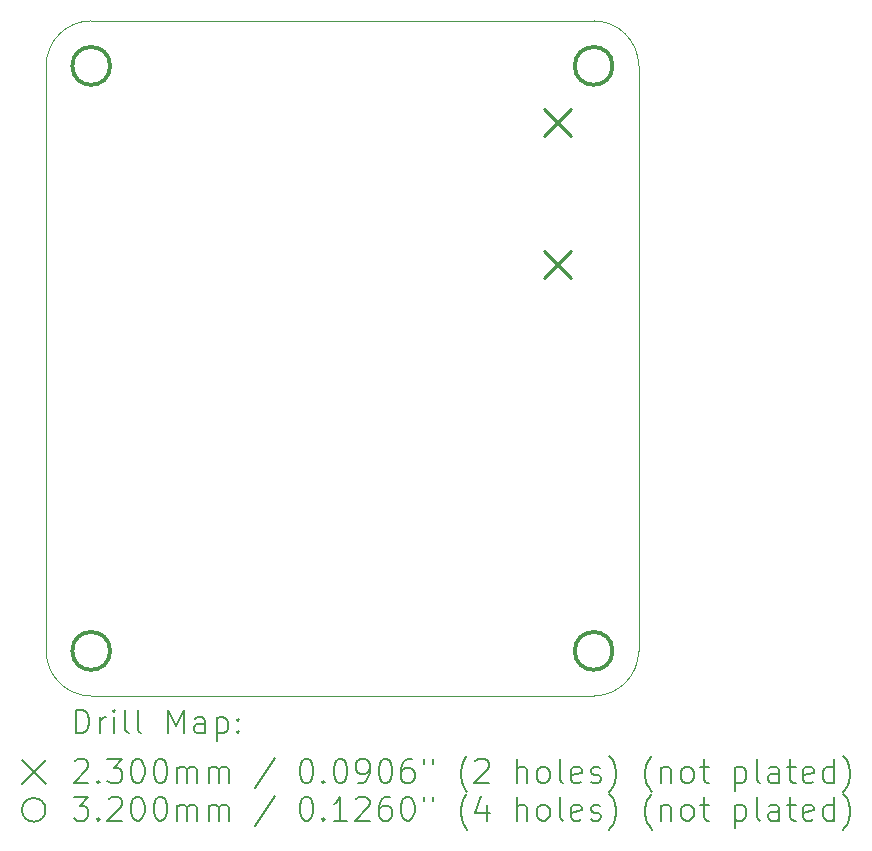
<source format=gbr>
%FSLAX45Y45*%
G04 Gerber Fmt 4.5, Leading zero omitted, Abs format (unit mm)*
G04 Created by KiCad (PCBNEW (6.0.0)) date 2022-03-13 18:40:30*
%MOMM*%
%LPD*%
G01*
G04 APERTURE LIST*
%TA.AperFunction,Profile*%
%ADD10C,0.100000*%
%TD*%
%ADD11C,0.200000*%
%ADD12C,0.230000*%
%ADD13C,0.320000*%
G04 APERTURE END LIST*
D10*
X8509000Y-3238500D02*
X12763500Y-3238500D01*
X12763500Y-8953500D02*
X8509000Y-8953500D01*
X13144500Y-3619500D02*
G75*
G03*
X12763500Y-3238500I-381000J0D01*
G01*
X8509000Y-3238500D02*
G75*
G03*
X8128000Y-3619500I0J-381000D01*
G01*
X12763500Y-8953500D02*
G75*
G03*
X13144500Y-8572500I0J381000D01*
G01*
X13144500Y-8572500D02*
X13144500Y-3619500D01*
X8128000Y-8572500D02*
X8128000Y-3619500D01*
X8128000Y-8572500D02*
G75*
G03*
X8509000Y-8953500I381000J0D01*
G01*
D11*
D12*
X12340000Y-3984000D02*
X12570000Y-4214000D01*
X12570000Y-3984000D02*
X12340000Y-4214000D01*
X12340000Y-5184000D02*
X12570000Y-5414000D01*
X12570000Y-5184000D02*
X12340000Y-5414000D01*
D13*
X8669000Y-3619500D02*
G75*
G03*
X8669000Y-3619500I-160000J0D01*
G01*
X8669000Y-8572500D02*
G75*
G03*
X8669000Y-8572500I-160000J0D01*
G01*
X12923500Y-3619500D02*
G75*
G03*
X12923500Y-3619500I-160000J0D01*
G01*
X12923500Y-8572500D02*
G75*
G03*
X12923500Y-8572500I-160000J0D01*
G01*
D11*
X8380619Y-9268976D02*
X8380619Y-9068976D01*
X8428238Y-9068976D01*
X8456810Y-9078500D01*
X8475857Y-9097548D01*
X8485381Y-9116595D01*
X8494905Y-9154690D01*
X8494905Y-9183262D01*
X8485381Y-9221357D01*
X8475857Y-9240405D01*
X8456810Y-9259452D01*
X8428238Y-9268976D01*
X8380619Y-9268976D01*
X8580619Y-9268976D02*
X8580619Y-9135643D01*
X8580619Y-9173738D02*
X8590143Y-9154690D01*
X8599667Y-9145167D01*
X8618714Y-9135643D01*
X8637762Y-9135643D01*
X8704429Y-9268976D02*
X8704429Y-9135643D01*
X8704429Y-9068976D02*
X8694905Y-9078500D01*
X8704429Y-9088024D01*
X8713952Y-9078500D01*
X8704429Y-9068976D01*
X8704429Y-9088024D01*
X8828238Y-9268976D02*
X8809190Y-9259452D01*
X8799667Y-9240405D01*
X8799667Y-9068976D01*
X8933000Y-9268976D02*
X8913952Y-9259452D01*
X8904429Y-9240405D01*
X8904429Y-9068976D01*
X9161571Y-9268976D02*
X9161571Y-9068976D01*
X9228238Y-9211833D01*
X9294905Y-9068976D01*
X9294905Y-9268976D01*
X9475857Y-9268976D02*
X9475857Y-9164214D01*
X9466333Y-9145167D01*
X9447286Y-9135643D01*
X9409190Y-9135643D01*
X9390143Y-9145167D01*
X9475857Y-9259452D02*
X9456810Y-9268976D01*
X9409190Y-9268976D01*
X9390143Y-9259452D01*
X9380619Y-9240405D01*
X9380619Y-9221357D01*
X9390143Y-9202310D01*
X9409190Y-9192786D01*
X9456810Y-9192786D01*
X9475857Y-9183262D01*
X9571095Y-9135643D02*
X9571095Y-9335643D01*
X9571095Y-9145167D02*
X9590143Y-9135643D01*
X9628238Y-9135643D01*
X9647286Y-9145167D01*
X9656810Y-9154690D01*
X9666333Y-9173738D01*
X9666333Y-9230881D01*
X9656810Y-9249929D01*
X9647286Y-9259452D01*
X9628238Y-9268976D01*
X9590143Y-9268976D01*
X9571095Y-9259452D01*
X9752048Y-9249929D02*
X9761571Y-9259452D01*
X9752048Y-9268976D01*
X9742524Y-9259452D01*
X9752048Y-9249929D01*
X9752048Y-9268976D01*
X9752048Y-9145167D02*
X9761571Y-9154690D01*
X9752048Y-9164214D01*
X9742524Y-9154690D01*
X9752048Y-9145167D01*
X9752048Y-9164214D01*
X7923000Y-9498500D02*
X8123000Y-9698500D01*
X8123000Y-9498500D02*
X7923000Y-9698500D01*
X8371095Y-9508024D02*
X8380619Y-9498500D01*
X8399667Y-9488976D01*
X8447286Y-9488976D01*
X8466333Y-9498500D01*
X8475857Y-9508024D01*
X8485381Y-9527071D01*
X8485381Y-9546119D01*
X8475857Y-9574690D01*
X8361571Y-9688976D01*
X8485381Y-9688976D01*
X8571095Y-9669929D02*
X8580619Y-9679452D01*
X8571095Y-9688976D01*
X8561571Y-9679452D01*
X8571095Y-9669929D01*
X8571095Y-9688976D01*
X8647286Y-9488976D02*
X8771095Y-9488976D01*
X8704429Y-9565167D01*
X8733000Y-9565167D01*
X8752048Y-9574690D01*
X8761571Y-9584214D01*
X8771095Y-9603262D01*
X8771095Y-9650881D01*
X8761571Y-9669929D01*
X8752048Y-9679452D01*
X8733000Y-9688976D01*
X8675857Y-9688976D01*
X8656810Y-9679452D01*
X8647286Y-9669929D01*
X8894905Y-9488976D02*
X8913952Y-9488976D01*
X8933000Y-9498500D01*
X8942524Y-9508024D01*
X8952048Y-9527071D01*
X8961571Y-9565167D01*
X8961571Y-9612786D01*
X8952048Y-9650881D01*
X8942524Y-9669929D01*
X8933000Y-9679452D01*
X8913952Y-9688976D01*
X8894905Y-9688976D01*
X8875857Y-9679452D01*
X8866333Y-9669929D01*
X8856810Y-9650881D01*
X8847286Y-9612786D01*
X8847286Y-9565167D01*
X8856810Y-9527071D01*
X8866333Y-9508024D01*
X8875857Y-9498500D01*
X8894905Y-9488976D01*
X9085381Y-9488976D02*
X9104429Y-9488976D01*
X9123476Y-9498500D01*
X9133000Y-9508024D01*
X9142524Y-9527071D01*
X9152048Y-9565167D01*
X9152048Y-9612786D01*
X9142524Y-9650881D01*
X9133000Y-9669929D01*
X9123476Y-9679452D01*
X9104429Y-9688976D01*
X9085381Y-9688976D01*
X9066333Y-9679452D01*
X9056810Y-9669929D01*
X9047286Y-9650881D01*
X9037762Y-9612786D01*
X9037762Y-9565167D01*
X9047286Y-9527071D01*
X9056810Y-9508024D01*
X9066333Y-9498500D01*
X9085381Y-9488976D01*
X9237762Y-9688976D02*
X9237762Y-9555643D01*
X9237762Y-9574690D02*
X9247286Y-9565167D01*
X9266333Y-9555643D01*
X9294905Y-9555643D01*
X9313952Y-9565167D01*
X9323476Y-9584214D01*
X9323476Y-9688976D01*
X9323476Y-9584214D02*
X9333000Y-9565167D01*
X9352048Y-9555643D01*
X9380619Y-9555643D01*
X9399667Y-9565167D01*
X9409190Y-9584214D01*
X9409190Y-9688976D01*
X9504429Y-9688976D02*
X9504429Y-9555643D01*
X9504429Y-9574690D02*
X9513952Y-9565167D01*
X9533000Y-9555643D01*
X9561571Y-9555643D01*
X9580619Y-9565167D01*
X9590143Y-9584214D01*
X9590143Y-9688976D01*
X9590143Y-9584214D02*
X9599667Y-9565167D01*
X9618714Y-9555643D01*
X9647286Y-9555643D01*
X9666333Y-9565167D01*
X9675857Y-9584214D01*
X9675857Y-9688976D01*
X10066333Y-9479452D02*
X9894905Y-9736595D01*
X10323476Y-9488976D02*
X10342524Y-9488976D01*
X10361571Y-9498500D01*
X10371095Y-9508024D01*
X10380619Y-9527071D01*
X10390143Y-9565167D01*
X10390143Y-9612786D01*
X10380619Y-9650881D01*
X10371095Y-9669929D01*
X10361571Y-9679452D01*
X10342524Y-9688976D01*
X10323476Y-9688976D01*
X10304429Y-9679452D01*
X10294905Y-9669929D01*
X10285381Y-9650881D01*
X10275857Y-9612786D01*
X10275857Y-9565167D01*
X10285381Y-9527071D01*
X10294905Y-9508024D01*
X10304429Y-9498500D01*
X10323476Y-9488976D01*
X10475857Y-9669929D02*
X10485381Y-9679452D01*
X10475857Y-9688976D01*
X10466333Y-9679452D01*
X10475857Y-9669929D01*
X10475857Y-9688976D01*
X10609190Y-9488976D02*
X10628238Y-9488976D01*
X10647286Y-9498500D01*
X10656810Y-9508024D01*
X10666333Y-9527071D01*
X10675857Y-9565167D01*
X10675857Y-9612786D01*
X10666333Y-9650881D01*
X10656810Y-9669929D01*
X10647286Y-9679452D01*
X10628238Y-9688976D01*
X10609190Y-9688976D01*
X10590143Y-9679452D01*
X10580619Y-9669929D01*
X10571095Y-9650881D01*
X10561571Y-9612786D01*
X10561571Y-9565167D01*
X10571095Y-9527071D01*
X10580619Y-9508024D01*
X10590143Y-9498500D01*
X10609190Y-9488976D01*
X10771095Y-9688976D02*
X10809190Y-9688976D01*
X10828238Y-9679452D01*
X10837762Y-9669929D01*
X10856810Y-9641357D01*
X10866333Y-9603262D01*
X10866333Y-9527071D01*
X10856810Y-9508024D01*
X10847286Y-9498500D01*
X10828238Y-9488976D01*
X10790143Y-9488976D01*
X10771095Y-9498500D01*
X10761571Y-9508024D01*
X10752048Y-9527071D01*
X10752048Y-9574690D01*
X10761571Y-9593738D01*
X10771095Y-9603262D01*
X10790143Y-9612786D01*
X10828238Y-9612786D01*
X10847286Y-9603262D01*
X10856810Y-9593738D01*
X10866333Y-9574690D01*
X10990143Y-9488976D02*
X11009190Y-9488976D01*
X11028238Y-9498500D01*
X11037762Y-9508024D01*
X11047286Y-9527071D01*
X11056810Y-9565167D01*
X11056810Y-9612786D01*
X11047286Y-9650881D01*
X11037762Y-9669929D01*
X11028238Y-9679452D01*
X11009190Y-9688976D01*
X10990143Y-9688976D01*
X10971095Y-9679452D01*
X10961571Y-9669929D01*
X10952048Y-9650881D01*
X10942524Y-9612786D01*
X10942524Y-9565167D01*
X10952048Y-9527071D01*
X10961571Y-9508024D01*
X10971095Y-9498500D01*
X10990143Y-9488976D01*
X11228238Y-9488976D02*
X11190143Y-9488976D01*
X11171095Y-9498500D01*
X11161571Y-9508024D01*
X11142524Y-9536595D01*
X11133000Y-9574690D01*
X11133000Y-9650881D01*
X11142524Y-9669929D01*
X11152048Y-9679452D01*
X11171095Y-9688976D01*
X11209190Y-9688976D01*
X11228238Y-9679452D01*
X11237762Y-9669929D01*
X11247286Y-9650881D01*
X11247286Y-9603262D01*
X11237762Y-9584214D01*
X11228238Y-9574690D01*
X11209190Y-9565167D01*
X11171095Y-9565167D01*
X11152048Y-9574690D01*
X11142524Y-9584214D01*
X11133000Y-9603262D01*
X11323476Y-9488976D02*
X11323476Y-9527071D01*
X11399667Y-9488976D02*
X11399667Y-9527071D01*
X11694905Y-9765167D02*
X11685381Y-9755643D01*
X11666333Y-9727071D01*
X11656809Y-9708024D01*
X11647286Y-9679452D01*
X11637762Y-9631833D01*
X11637762Y-9593738D01*
X11647286Y-9546119D01*
X11656809Y-9517548D01*
X11666333Y-9498500D01*
X11685381Y-9469929D01*
X11694905Y-9460405D01*
X11761571Y-9508024D02*
X11771095Y-9498500D01*
X11790143Y-9488976D01*
X11837762Y-9488976D01*
X11856809Y-9498500D01*
X11866333Y-9508024D01*
X11875857Y-9527071D01*
X11875857Y-9546119D01*
X11866333Y-9574690D01*
X11752048Y-9688976D01*
X11875857Y-9688976D01*
X12113952Y-9688976D02*
X12113952Y-9488976D01*
X12199667Y-9688976D02*
X12199667Y-9584214D01*
X12190143Y-9565167D01*
X12171095Y-9555643D01*
X12142524Y-9555643D01*
X12123476Y-9565167D01*
X12113952Y-9574690D01*
X12323476Y-9688976D02*
X12304428Y-9679452D01*
X12294905Y-9669929D01*
X12285381Y-9650881D01*
X12285381Y-9593738D01*
X12294905Y-9574690D01*
X12304428Y-9565167D01*
X12323476Y-9555643D01*
X12352048Y-9555643D01*
X12371095Y-9565167D01*
X12380619Y-9574690D01*
X12390143Y-9593738D01*
X12390143Y-9650881D01*
X12380619Y-9669929D01*
X12371095Y-9679452D01*
X12352048Y-9688976D01*
X12323476Y-9688976D01*
X12504428Y-9688976D02*
X12485381Y-9679452D01*
X12475857Y-9660405D01*
X12475857Y-9488976D01*
X12656809Y-9679452D02*
X12637762Y-9688976D01*
X12599667Y-9688976D01*
X12580619Y-9679452D01*
X12571095Y-9660405D01*
X12571095Y-9584214D01*
X12580619Y-9565167D01*
X12599667Y-9555643D01*
X12637762Y-9555643D01*
X12656809Y-9565167D01*
X12666333Y-9584214D01*
X12666333Y-9603262D01*
X12571095Y-9622310D01*
X12742524Y-9679452D02*
X12761571Y-9688976D01*
X12799667Y-9688976D01*
X12818714Y-9679452D01*
X12828238Y-9660405D01*
X12828238Y-9650881D01*
X12818714Y-9631833D01*
X12799667Y-9622310D01*
X12771095Y-9622310D01*
X12752048Y-9612786D01*
X12742524Y-9593738D01*
X12742524Y-9584214D01*
X12752048Y-9565167D01*
X12771095Y-9555643D01*
X12799667Y-9555643D01*
X12818714Y-9565167D01*
X12894905Y-9765167D02*
X12904428Y-9755643D01*
X12923476Y-9727071D01*
X12933000Y-9708024D01*
X12942524Y-9679452D01*
X12952048Y-9631833D01*
X12952048Y-9593738D01*
X12942524Y-9546119D01*
X12933000Y-9517548D01*
X12923476Y-9498500D01*
X12904428Y-9469929D01*
X12894905Y-9460405D01*
X13256809Y-9765167D02*
X13247286Y-9755643D01*
X13228238Y-9727071D01*
X13218714Y-9708024D01*
X13209190Y-9679452D01*
X13199667Y-9631833D01*
X13199667Y-9593738D01*
X13209190Y-9546119D01*
X13218714Y-9517548D01*
X13228238Y-9498500D01*
X13247286Y-9469929D01*
X13256809Y-9460405D01*
X13333000Y-9555643D02*
X13333000Y-9688976D01*
X13333000Y-9574690D02*
X13342524Y-9565167D01*
X13361571Y-9555643D01*
X13390143Y-9555643D01*
X13409190Y-9565167D01*
X13418714Y-9584214D01*
X13418714Y-9688976D01*
X13542524Y-9688976D02*
X13523476Y-9679452D01*
X13513952Y-9669929D01*
X13504428Y-9650881D01*
X13504428Y-9593738D01*
X13513952Y-9574690D01*
X13523476Y-9565167D01*
X13542524Y-9555643D01*
X13571095Y-9555643D01*
X13590143Y-9565167D01*
X13599667Y-9574690D01*
X13609190Y-9593738D01*
X13609190Y-9650881D01*
X13599667Y-9669929D01*
X13590143Y-9679452D01*
X13571095Y-9688976D01*
X13542524Y-9688976D01*
X13666333Y-9555643D02*
X13742524Y-9555643D01*
X13694905Y-9488976D02*
X13694905Y-9660405D01*
X13704428Y-9679452D01*
X13723476Y-9688976D01*
X13742524Y-9688976D01*
X13961571Y-9555643D02*
X13961571Y-9755643D01*
X13961571Y-9565167D02*
X13980619Y-9555643D01*
X14018714Y-9555643D01*
X14037762Y-9565167D01*
X14047286Y-9574690D01*
X14056809Y-9593738D01*
X14056809Y-9650881D01*
X14047286Y-9669929D01*
X14037762Y-9679452D01*
X14018714Y-9688976D01*
X13980619Y-9688976D01*
X13961571Y-9679452D01*
X14171095Y-9688976D02*
X14152048Y-9679452D01*
X14142524Y-9660405D01*
X14142524Y-9488976D01*
X14333000Y-9688976D02*
X14333000Y-9584214D01*
X14323476Y-9565167D01*
X14304428Y-9555643D01*
X14266333Y-9555643D01*
X14247286Y-9565167D01*
X14333000Y-9679452D02*
X14313952Y-9688976D01*
X14266333Y-9688976D01*
X14247286Y-9679452D01*
X14237762Y-9660405D01*
X14237762Y-9641357D01*
X14247286Y-9622310D01*
X14266333Y-9612786D01*
X14313952Y-9612786D01*
X14333000Y-9603262D01*
X14399667Y-9555643D02*
X14475857Y-9555643D01*
X14428238Y-9488976D02*
X14428238Y-9660405D01*
X14437762Y-9679452D01*
X14456809Y-9688976D01*
X14475857Y-9688976D01*
X14618714Y-9679452D02*
X14599667Y-9688976D01*
X14561571Y-9688976D01*
X14542524Y-9679452D01*
X14533000Y-9660405D01*
X14533000Y-9584214D01*
X14542524Y-9565167D01*
X14561571Y-9555643D01*
X14599667Y-9555643D01*
X14618714Y-9565167D01*
X14628238Y-9584214D01*
X14628238Y-9603262D01*
X14533000Y-9622310D01*
X14799667Y-9688976D02*
X14799667Y-9488976D01*
X14799667Y-9679452D02*
X14780619Y-9688976D01*
X14742524Y-9688976D01*
X14723476Y-9679452D01*
X14713952Y-9669929D01*
X14704428Y-9650881D01*
X14704428Y-9593738D01*
X14713952Y-9574690D01*
X14723476Y-9565167D01*
X14742524Y-9555643D01*
X14780619Y-9555643D01*
X14799667Y-9565167D01*
X14875857Y-9765167D02*
X14885381Y-9755643D01*
X14904428Y-9727071D01*
X14913952Y-9708024D01*
X14923476Y-9679452D01*
X14933000Y-9631833D01*
X14933000Y-9593738D01*
X14923476Y-9546119D01*
X14913952Y-9517548D01*
X14904428Y-9498500D01*
X14885381Y-9469929D01*
X14875857Y-9460405D01*
X8123000Y-9918500D02*
G75*
G03*
X8123000Y-9918500I-100000J0D01*
G01*
X8361571Y-9808976D02*
X8485381Y-9808976D01*
X8418714Y-9885167D01*
X8447286Y-9885167D01*
X8466333Y-9894690D01*
X8475857Y-9904214D01*
X8485381Y-9923262D01*
X8485381Y-9970881D01*
X8475857Y-9989929D01*
X8466333Y-9999452D01*
X8447286Y-10008976D01*
X8390143Y-10008976D01*
X8371095Y-9999452D01*
X8361571Y-9989929D01*
X8571095Y-9989929D02*
X8580619Y-9999452D01*
X8571095Y-10008976D01*
X8561571Y-9999452D01*
X8571095Y-9989929D01*
X8571095Y-10008976D01*
X8656810Y-9828024D02*
X8666333Y-9818500D01*
X8685381Y-9808976D01*
X8733000Y-9808976D01*
X8752048Y-9818500D01*
X8761571Y-9828024D01*
X8771095Y-9847071D01*
X8771095Y-9866119D01*
X8761571Y-9894690D01*
X8647286Y-10008976D01*
X8771095Y-10008976D01*
X8894905Y-9808976D02*
X8913952Y-9808976D01*
X8933000Y-9818500D01*
X8942524Y-9828024D01*
X8952048Y-9847071D01*
X8961571Y-9885167D01*
X8961571Y-9932786D01*
X8952048Y-9970881D01*
X8942524Y-9989929D01*
X8933000Y-9999452D01*
X8913952Y-10008976D01*
X8894905Y-10008976D01*
X8875857Y-9999452D01*
X8866333Y-9989929D01*
X8856810Y-9970881D01*
X8847286Y-9932786D01*
X8847286Y-9885167D01*
X8856810Y-9847071D01*
X8866333Y-9828024D01*
X8875857Y-9818500D01*
X8894905Y-9808976D01*
X9085381Y-9808976D02*
X9104429Y-9808976D01*
X9123476Y-9818500D01*
X9133000Y-9828024D01*
X9142524Y-9847071D01*
X9152048Y-9885167D01*
X9152048Y-9932786D01*
X9142524Y-9970881D01*
X9133000Y-9989929D01*
X9123476Y-9999452D01*
X9104429Y-10008976D01*
X9085381Y-10008976D01*
X9066333Y-9999452D01*
X9056810Y-9989929D01*
X9047286Y-9970881D01*
X9037762Y-9932786D01*
X9037762Y-9885167D01*
X9047286Y-9847071D01*
X9056810Y-9828024D01*
X9066333Y-9818500D01*
X9085381Y-9808976D01*
X9237762Y-10008976D02*
X9237762Y-9875643D01*
X9237762Y-9894690D02*
X9247286Y-9885167D01*
X9266333Y-9875643D01*
X9294905Y-9875643D01*
X9313952Y-9885167D01*
X9323476Y-9904214D01*
X9323476Y-10008976D01*
X9323476Y-9904214D02*
X9333000Y-9885167D01*
X9352048Y-9875643D01*
X9380619Y-9875643D01*
X9399667Y-9885167D01*
X9409190Y-9904214D01*
X9409190Y-10008976D01*
X9504429Y-10008976D02*
X9504429Y-9875643D01*
X9504429Y-9894690D02*
X9513952Y-9885167D01*
X9533000Y-9875643D01*
X9561571Y-9875643D01*
X9580619Y-9885167D01*
X9590143Y-9904214D01*
X9590143Y-10008976D01*
X9590143Y-9904214D02*
X9599667Y-9885167D01*
X9618714Y-9875643D01*
X9647286Y-9875643D01*
X9666333Y-9885167D01*
X9675857Y-9904214D01*
X9675857Y-10008976D01*
X10066333Y-9799452D02*
X9894905Y-10056595D01*
X10323476Y-9808976D02*
X10342524Y-9808976D01*
X10361571Y-9818500D01*
X10371095Y-9828024D01*
X10380619Y-9847071D01*
X10390143Y-9885167D01*
X10390143Y-9932786D01*
X10380619Y-9970881D01*
X10371095Y-9989929D01*
X10361571Y-9999452D01*
X10342524Y-10008976D01*
X10323476Y-10008976D01*
X10304429Y-9999452D01*
X10294905Y-9989929D01*
X10285381Y-9970881D01*
X10275857Y-9932786D01*
X10275857Y-9885167D01*
X10285381Y-9847071D01*
X10294905Y-9828024D01*
X10304429Y-9818500D01*
X10323476Y-9808976D01*
X10475857Y-9989929D02*
X10485381Y-9999452D01*
X10475857Y-10008976D01*
X10466333Y-9999452D01*
X10475857Y-9989929D01*
X10475857Y-10008976D01*
X10675857Y-10008976D02*
X10561571Y-10008976D01*
X10618714Y-10008976D02*
X10618714Y-9808976D01*
X10599667Y-9837548D01*
X10580619Y-9856595D01*
X10561571Y-9866119D01*
X10752048Y-9828024D02*
X10761571Y-9818500D01*
X10780619Y-9808976D01*
X10828238Y-9808976D01*
X10847286Y-9818500D01*
X10856810Y-9828024D01*
X10866333Y-9847071D01*
X10866333Y-9866119D01*
X10856810Y-9894690D01*
X10742524Y-10008976D01*
X10866333Y-10008976D01*
X11037762Y-9808976D02*
X10999667Y-9808976D01*
X10980619Y-9818500D01*
X10971095Y-9828024D01*
X10952048Y-9856595D01*
X10942524Y-9894690D01*
X10942524Y-9970881D01*
X10952048Y-9989929D01*
X10961571Y-9999452D01*
X10980619Y-10008976D01*
X11018714Y-10008976D01*
X11037762Y-9999452D01*
X11047286Y-9989929D01*
X11056810Y-9970881D01*
X11056810Y-9923262D01*
X11047286Y-9904214D01*
X11037762Y-9894690D01*
X11018714Y-9885167D01*
X10980619Y-9885167D01*
X10961571Y-9894690D01*
X10952048Y-9904214D01*
X10942524Y-9923262D01*
X11180619Y-9808976D02*
X11199667Y-9808976D01*
X11218714Y-9818500D01*
X11228238Y-9828024D01*
X11237762Y-9847071D01*
X11247286Y-9885167D01*
X11247286Y-9932786D01*
X11237762Y-9970881D01*
X11228238Y-9989929D01*
X11218714Y-9999452D01*
X11199667Y-10008976D01*
X11180619Y-10008976D01*
X11161571Y-9999452D01*
X11152048Y-9989929D01*
X11142524Y-9970881D01*
X11133000Y-9932786D01*
X11133000Y-9885167D01*
X11142524Y-9847071D01*
X11152048Y-9828024D01*
X11161571Y-9818500D01*
X11180619Y-9808976D01*
X11323476Y-9808976D02*
X11323476Y-9847071D01*
X11399667Y-9808976D02*
X11399667Y-9847071D01*
X11694905Y-10085167D02*
X11685381Y-10075643D01*
X11666333Y-10047071D01*
X11656809Y-10028024D01*
X11647286Y-9999452D01*
X11637762Y-9951833D01*
X11637762Y-9913738D01*
X11647286Y-9866119D01*
X11656809Y-9837548D01*
X11666333Y-9818500D01*
X11685381Y-9789929D01*
X11694905Y-9780405D01*
X11856809Y-9875643D02*
X11856809Y-10008976D01*
X11809190Y-9799452D02*
X11761571Y-9942310D01*
X11885381Y-9942310D01*
X12113952Y-10008976D02*
X12113952Y-9808976D01*
X12199667Y-10008976D02*
X12199667Y-9904214D01*
X12190143Y-9885167D01*
X12171095Y-9875643D01*
X12142524Y-9875643D01*
X12123476Y-9885167D01*
X12113952Y-9894690D01*
X12323476Y-10008976D02*
X12304428Y-9999452D01*
X12294905Y-9989929D01*
X12285381Y-9970881D01*
X12285381Y-9913738D01*
X12294905Y-9894690D01*
X12304428Y-9885167D01*
X12323476Y-9875643D01*
X12352048Y-9875643D01*
X12371095Y-9885167D01*
X12380619Y-9894690D01*
X12390143Y-9913738D01*
X12390143Y-9970881D01*
X12380619Y-9989929D01*
X12371095Y-9999452D01*
X12352048Y-10008976D01*
X12323476Y-10008976D01*
X12504428Y-10008976D02*
X12485381Y-9999452D01*
X12475857Y-9980405D01*
X12475857Y-9808976D01*
X12656809Y-9999452D02*
X12637762Y-10008976D01*
X12599667Y-10008976D01*
X12580619Y-9999452D01*
X12571095Y-9980405D01*
X12571095Y-9904214D01*
X12580619Y-9885167D01*
X12599667Y-9875643D01*
X12637762Y-9875643D01*
X12656809Y-9885167D01*
X12666333Y-9904214D01*
X12666333Y-9923262D01*
X12571095Y-9942310D01*
X12742524Y-9999452D02*
X12761571Y-10008976D01*
X12799667Y-10008976D01*
X12818714Y-9999452D01*
X12828238Y-9980405D01*
X12828238Y-9970881D01*
X12818714Y-9951833D01*
X12799667Y-9942310D01*
X12771095Y-9942310D01*
X12752048Y-9932786D01*
X12742524Y-9913738D01*
X12742524Y-9904214D01*
X12752048Y-9885167D01*
X12771095Y-9875643D01*
X12799667Y-9875643D01*
X12818714Y-9885167D01*
X12894905Y-10085167D02*
X12904428Y-10075643D01*
X12923476Y-10047071D01*
X12933000Y-10028024D01*
X12942524Y-9999452D01*
X12952048Y-9951833D01*
X12952048Y-9913738D01*
X12942524Y-9866119D01*
X12933000Y-9837548D01*
X12923476Y-9818500D01*
X12904428Y-9789929D01*
X12894905Y-9780405D01*
X13256809Y-10085167D02*
X13247286Y-10075643D01*
X13228238Y-10047071D01*
X13218714Y-10028024D01*
X13209190Y-9999452D01*
X13199667Y-9951833D01*
X13199667Y-9913738D01*
X13209190Y-9866119D01*
X13218714Y-9837548D01*
X13228238Y-9818500D01*
X13247286Y-9789929D01*
X13256809Y-9780405D01*
X13333000Y-9875643D02*
X13333000Y-10008976D01*
X13333000Y-9894690D02*
X13342524Y-9885167D01*
X13361571Y-9875643D01*
X13390143Y-9875643D01*
X13409190Y-9885167D01*
X13418714Y-9904214D01*
X13418714Y-10008976D01*
X13542524Y-10008976D02*
X13523476Y-9999452D01*
X13513952Y-9989929D01*
X13504428Y-9970881D01*
X13504428Y-9913738D01*
X13513952Y-9894690D01*
X13523476Y-9885167D01*
X13542524Y-9875643D01*
X13571095Y-9875643D01*
X13590143Y-9885167D01*
X13599667Y-9894690D01*
X13609190Y-9913738D01*
X13609190Y-9970881D01*
X13599667Y-9989929D01*
X13590143Y-9999452D01*
X13571095Y-10008976D01*
X13542524Y-10008976D01*
X13666333Y-9875643D02*
X13742524Y-9875643D01*
X13694905Y-9808976D02*
X13694905Y-9980405D01*
X13704428Y-9999452D01*
X13723476Y-10008976D01*
X13742524Y-10008976D01*
X13961571Y-9875643D02*
X13961571Y-10075643D01*
X13961571Y-9885167D02*
X13980619Y-9875643D01*
X14018714Y-9875643D01*
X14037762Y-9885167D01*
X14047286Y-9894690D01*
X14056809Y-9913738D01*
X14056809Y-9970881D01*
X14047286Y-9989929D01*
X14037762Y-9999452D01*
X14018714Y-10008976D01*
X13980619Y-10008976D01*
X13961571Y-9999452D01*
X14171095Y-10008976D02*
X14152048Y-9999452D01*
X14142524Y-9980405D01*
X14142524Y-9808976D01*
X14333000Y-10008976D02*
X14333000Y-9904214D01*
X14323476Y-9885167D01*
X14304428Y-9875643D01*
X14266333Y-9875643D01*
X14247286Y-9885167D01*
X14333000Y-9999452D02*
X14313952Y-10008976D01*
X14266333Y-10008976D01*
X14247286Y-9999452D01*
X14237762Y-9980405D01*
X14237762Y-9961357D01*
X14247286Y-9942310D01*
X14266333Y-9932786D01*
X14313952Y-9932786D01*
X14333000Y-9923262D01*
X14399667Y-9875643D02*
X14475857Y-9875643D01*
X14428238Y-9808976D02*
X14428238Y-9980405D01*
X14437762Y-9999452D01*
X14456809Y-10008976D01*
X14475857Y-10008976D01*
X14618714Y-9999452D02*
X14599667Y-10008976D01*
X14561571Y-10008976D01*
X14542524Y-9999452D01*
X14533000Y-9980405D01*
X14533000Y-9904214D01*
X14542524Y-9885167D01*
X14561571Y-9875643D01*
X14599667Y-9875643D01*
X14618714Y-9885167D01*
X14628238Y-9904214D01*
X14628238Y-9923262D01*
X14533000Y-9942310D01*
X14799667Y-10008976D02*
X14799667Y-9808976D01*
X14799667Y-9999452D02*
X14780619Y-10008976D01*
X14742524Y-10008976D01*
X14723476Y-9999452D01*
X14713952Y-9989929D01*
X14704428Y-9970881D01*
X14704428Y-9913738D01*
X14713952Y-9894690D01*
X14723476Y-9885167D01*
X14742524Y-9875643D01*
X14780619Y-9875643D01*
X14799667Y-9885167D01*
X14875857Y-10085167D02*
X14885381Y-10075643D01*
X14904428Y-10047071D01*
X14913952Y-10028024D01*
X14923476Y-9999452D01*
X14933000Y-9951833D01*
X14933000Y-9913738D01*
X14923476Y-9866119D01*
X14913952Y-9837548D01*
X14904428Y-9818500D01*
X14885381Y-9789929D01*
X14875857Y-9780405D01*
M02*

</source>
